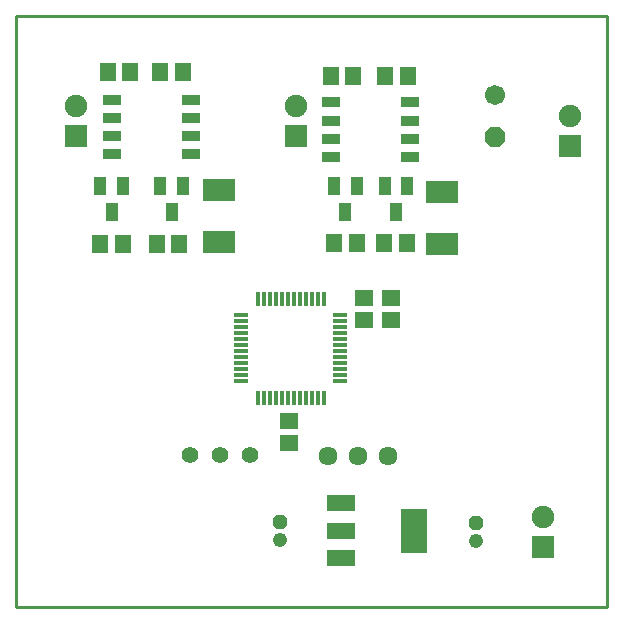
<source format=gts>
G75*
G70*
%OFA0B0*%
%FSLAX24Y24*%
%IPPOS*%
%LPD*%
%AMOC8*
5,1,8,0,0,1.08239X$1,22.5*
%
%ADD10C,0.0100*%
%ADD11R,0.0473X0.0158*%
%ADD12R,0.0158X0.0473*%
%ADD13R,0.0631X0.0552*%
%ADD14C,0.0634*%
%ADD15R,0.0920X0.0520*%
%ADD16R,0.0906X0.1457*%
%ADD17OC8,0.0476*%
%ADD18C,0.0476*%
%ADD19R,0.0434X0.0591*%
%ADD20R,0.0552X0.0631*%
%ADD21R,0.0749X0.0749*%
%ADD22C,0.0749*%
%ADD23OC8,0.0670*%
%ADD24C,0.0670*%
%ADD25R,0.1103X0.0749*%
%ADD26C,0.0555*%
%ADD27R,0.0631X0.0355*%
D10*
X004627Y007324D02*
X024312Y007324D01*
X024312Y027009D01*
X004627Y027009D01*
X004627Y007324D01*
D11*
X012130Y014838D03*
X012130Y015038D03*
X012130Y015238D03*
X012130Y015438D03*
X012130Y015638D03*
X012130Y015838D03*
X012130Y016038D03*
X012130Y016238D03*
X012130Y016438D03*
X012130Y016638D03*
X012130Y016838D03*
X012130Y017038D03*
X015430Y017038D03*
X015430Y016838D03*
X015430Y016638D03*
X015430Y016438D03*
X015430Y016238D03*
X015430Y016038D03*
X015430Y015838D03*
X015430Y015638D03*
X015430Y015438D03*
X015430Y015238D03*
X015430Y015038D03*
X015430Y014838D03*
D12*
X014880Y014288D03*
X014680Y014288D03*
X014480Y014288D03*
X014280Y014288D03*
X014080Y014288D03*
X013880Y014288D03*
X013680Y014288D03*
X013480Y014288D03*
X013280Y014288D03*
X013080Y014288D03*
X012880Y014288D03*
X012680Y014288D03*
X012680Y017588D03*
X012880Y017588D03*
X013080Y017588D03*
X013280Y017588D03*
X013480Y017588D03*
X013680Y017588D03*
X013880Y017588D03*
X014080Y017588D03*
X014280Y017588D03*
X014480Y017588D03*
X014680Y017588D03*
X014880Y017588D03*
D13*
X016213Y017616D03*
X016213Y016868D03*
X017119Y016875D03*
X017119Y017623D03*
X013705Y013513D03*
X013705Y012765D03*
D14*
X015032Y012356D03*
X016032Y012356D03*
X017032Y012356D03*
D15*
X015458Y010766D03*
X015458Y009856D03*
X015458Y008946D03*
D16*
X017898Y009856D03*
D17*
X019942Y010116D03*
X013406Y010151D03*
D18*
X013406Y009537D03*
X019942Y009501D03*
D19*
X017288Y020474D03*
X016914Y021340D03*
X017662Y021340D03*
X015969Y021348D03*
X015221Y021348D03*
X015595Y020482D03*
X010178Y021348D03*
X009430Y021348D03*
X009804Y020482D03*
X008178Y021348D03*
X007430Y021348D03*
X007804Y020482D03*
D20*
X008178Y019415D03*
X007430Y019415D03*
X009312Y019407D03*
X010060Y019407D03*
X015221Y019458D03*
X015969Y019458D03*
X016894Y019458D03*
X017642Y019458D03*
X017670Y025001D03*
X016922Y025001D03*
X015851Y025009D03*
X015103Y025009D03*
X010174Y025139D03*
X009426Y025139D03*
X008430Y025139D03*
X007682Y025139D03*
D21*
X006619Y023005D03*
X013945Y023017D03*
X023071Y022682D03*
X022166Y009316D03*
D22*
X022166Y010316D03*
X023071Y023682D03*
X013945Y024017D03*
X006619Y024005D03*
D23*
X020575Y022979D03*
D24*
X020575Y024379D03*
D25*
X018816Y021147D03*
X018816Y019415D03*
X011379Y019494D03*
X011379Y021226D03*
D26*
X011414Y012383D03*
X012414Y012383D03*
X010414Y012383D03*
D27*
X010442Y022415D03*
X010442Y023017D03*
X010442Y023619D03*
X010442Y024222D03*
X007804Y024222D03*
X007804Y023619D03*
X007804Y023017D03*
X007804Y022415D03*
X015127Y022324D03*
X015127Y022927D03*
X015127Y023529D03*
X015127Y024131D03*
X017764Y024131D03*
X017764Y023529D03*
X017764Y022927D03*
X017764Y022324D03*
M02*

</source>
